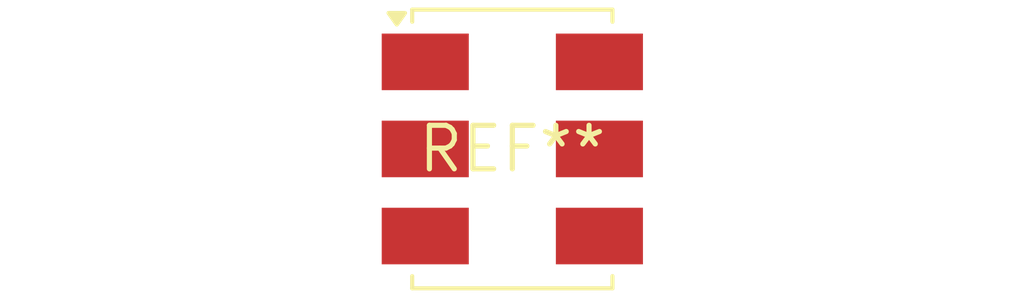
<source format=kicad_pcb>
(kicad_pcb (version 20240108) (generator pcbnew)
  (layers (0 "F.Cu" signal) (31 "B.Cu" signal) (34 "B.Paste" user) (35 "F.Paste" user) (36 "B.SilkS" user "B.Silkscreen") (37 "F.SilkS" user "F.Silkscreen") (38 "B.Mask" user) (39 "F.Mask" user) (44 "Edge.Cuts" user))
  (net 0 "")
  (footprint "Mini-Circuits_CD636_H4.11mm" (layer "F.Cu") (at 0 0)
    (property "Reference" "REF**")
    (property "Value" "Mini-Circuits_CD636_H4.11mm")
    (fp_line (start -2.921 -4.064) (end -2.921 -3.71) (layer "F.SilkS") (stroke (width 0.12)))
    (fp_line (start -2.921 4.064) (end -2.921 3.71) (layer "F.SilkS") (stroke (width 0.12)))
    (fp_line (start -2.921 4.064) (end 2.921 4.064) (layer "F.SilkS") (stroke (width 0.12)))
    (fp_line (start 2.921 -4.064) (end -2.921 -4.064) (layer "F.SilkS") (stroke (width 0.12)))
    (fp_line (start 2.921 -3.71) (end 2.921 -4.064) (layer "F.SilkS") (stroke (width 0.12)))
    (fp_line (start 2.921 4.064) (end 2.921 3.71) (layer "F.SilkS") (stroke (width 0.12)))
    (fp_poly (pts (xy -3.37 -3.63) (xy -3.61 -3.966) (xy -3.13 -3.966) (xy -3.37 -3.63)) (layer "F.SilkS") (stroke (width 0.12)) (fill solid))
    (pad "1" smd rect (at -2.54 -2.54) (size 2.54 1.65) (layers "F.Cu" "F.Paste" "F.Mask"))
    (pad "2" smd rect (at -2.54 0) (size 2.54 1.65) (layers "F.Cu" "F.Paste" "F.Mask"))
    (pad "3" smd rect (at -2.54 2.54) (size 2.54 1.65) (layers "F.Cu" "F.Paste" "F.Mask"))
    (pad "4" smd rect (at 2.54 2.54) (size 2.54 1.65) (layers "F.Cu" "F.Paste" "F.Mask"))
    (pad "5" smd rect (at 2.54 0) (size 2.54 1.65) (layers "F.Cu" "F.Paste" "F.Mask"))
    (pad "6" smd rect (at 2.54 -2.54) (size 2.54 1.65) (layers "F.Cu" "F.Paste" "F.Mask"))
  )
)
</source>
